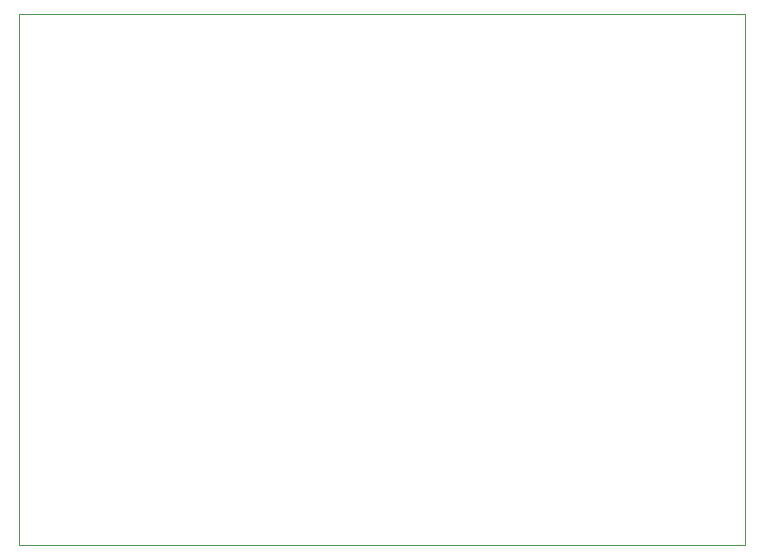
<source format=gbr>
%TF.GenerationSoftware,KiCad,Pcbnew,(6.0.4)*%
%TF.CreationDate,2023-01-21T01:53:36+00:00*%
%TF.ProjectId,Diff_probe,44696666-5f70-4726-9f62-652e6b696361,rev?*%
%TF.SameCoordinates,Original*%
%TF.FileFunction,Profile,NP*%
%FSLAX46Y46*%
G04 Gerber Fmt 4.6, Leading zero omitted, Abs format (unit mm)*
G04 Created by KiCad (PCBNEW (6.0.4)) date 2023-01-21 01:53:36*
%MOMM*%
%LPD*%
G01*
G04 APERTURE LIST*
%TA.AperFunction,Profile*%
%ADD10C,0.100000*%
%TD*%
G04 APERTURE END LIST*
D10*
X185000000Y-17000000D02*
X123500000Y-17000000D01*
X123500000Y-17000000D02*
X123500000Y-62000000D01*
X185000000Y-62000000D02*
X185000000Y-17000000D01*
X123500000Y-62000000D02*
X185000000Y-62000000D01*
M02*

</source>
